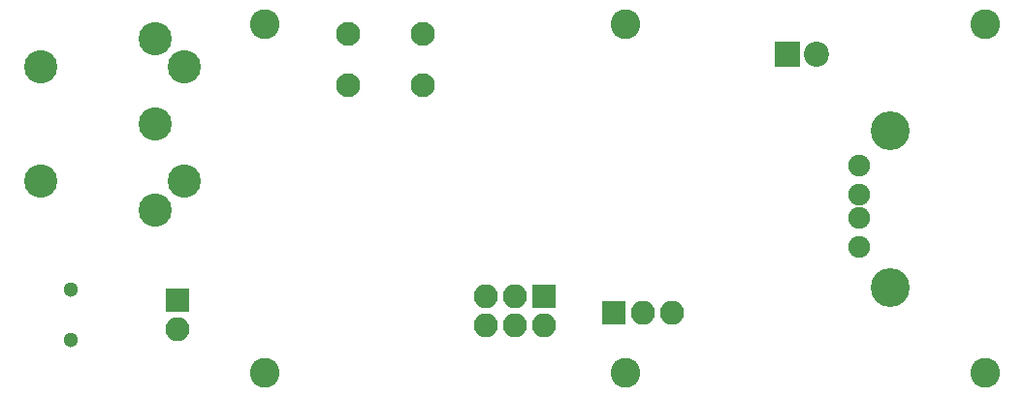
<source format=gbr>
%TF.GenerationSoftware,KiCad,Pcbnew,(5.0.0)*%
%TF.CreationDate,2018-10-21T12:48:55-07:00*%
%TF.ProjectId,USB_Host_Midi_Adapter,5553425F486F73745F4D6964695F4164,rev?*%
%TF.SameCoordinates,Original*%
%TF.FileFunction,Soldermask,Bot*%
%TF.FilePolarity,Negative*%
%FSLAX46Y46*%
G04 Gerber Fmt 4.6, Leading zero omitted, Abs format (unit mm)*
G04 Created by KiCad (PCBNEW (5.0.0)) date 10/21/18 12:48:55*
%MOMM*%
%LPD*%
G01*
G04 APERTURE LIST*
%ADD10C,2.600000*%
%ADD11C,2.900000*%
%ADD12C,3.400000*%
%ADD13C,1.900000*%
%ADD14C,1.300000*%
%ADD15O,2.100000X2.100000*%
%ADD16R,2.100000X2.100000*%
%ADD17C,2.100000*%
%ADD18C,2.200000*%
%ADD19R,2.200000X2.200000*%
G04 APERTURE END LIST*
D10*
X185738000Y-73660000D03*
X185738000Y-104140000D03*
X217170000Y-104140000D03*
X217170000Y-73660000D03*
X154305000Y-104140000D03*
D11*
X144732000Y-74923000D03*
X147232000Y-87423000D03*
X144732000Y-82423000D03*
X144732000Y-89923000D03*
X147232000Y-77423000D03*
X134732000Y-87423000D03*
X134732000Y-77423000D03*
D12*
X208854500Y-96714500D03*
X208854500Y-82994500D03*
D13*
X206184500Y-93154500D03*
X206184500Y-90614500D03*
X206184500Y-88584500D03*
X206184500Y-86044500D03*
D14*
X137360000Y-101260000D03*
X137360000Y-96860000D03*
D15*
X173545500Y-100012500D03*
X173545500Y-97472500D03*
X176085500Y-100012500D03*
X176085500Y-97472500D03*
X178625500Y-100012500D03*
D16*
X178625500Y-97472500D03*
D15*
X189801500Y-98869500D03*
X187261500Y-98869500D03*
D16*
X184721500Y-98869500D03*
D15*
X146685000Y-100330000D03*
D16*
X146685000Y-97790000D03*
D17*
X161544000Y-74485500D03*
X168044000Y-74485500D03*
X161544000Y-78985500D03*
X168044000Y-78985500D03*
D10*
X154305000Y-73660000D03*
D18*
X202444501Y-76300001D03*
D19*
X199904501Y-76300001D03*
M02*

</source>
